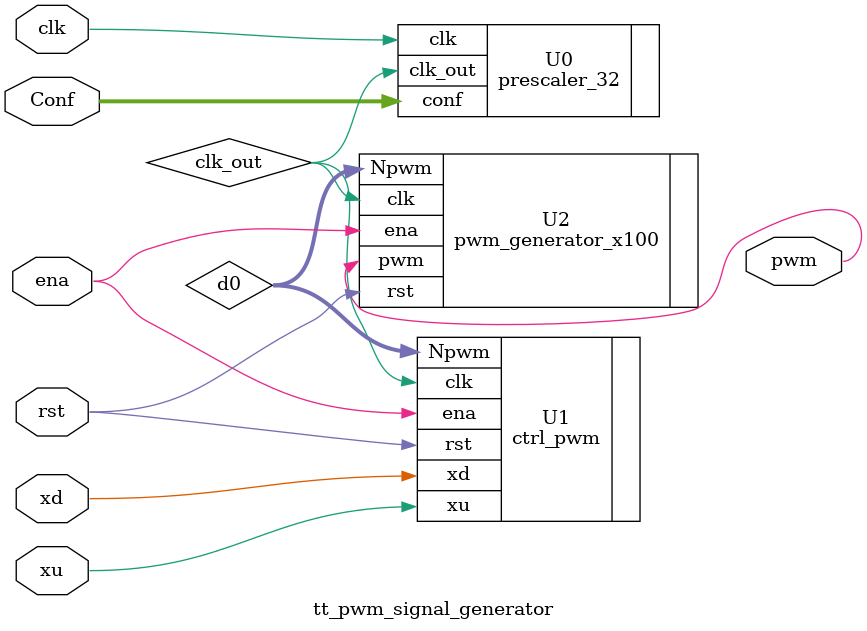
<source format=v>


module tt_pwm_signal_generator(	
	input rst, clk, ena,
			xu, xd,
	input [2:0] Conf,
	output pwm
	);
	
	wire h, clk_out;
	wire[6:0] d0;
	
	prescaler_32    	U0(.clk(clk), .conf(Conf), .clk_out(clk_out));
	ctrl_pwm 			U1(.clk(clk_out), .rst(rst), .ena(ena), .xd(xd), .xu(xu), .Npwm(d0));
	pwm_generator_x100	U2(.rst(rst), .ena(ena), .clk(clk_out), .Npwm(d0), .pwm(pwm));
	
	
endmodule

</source>
